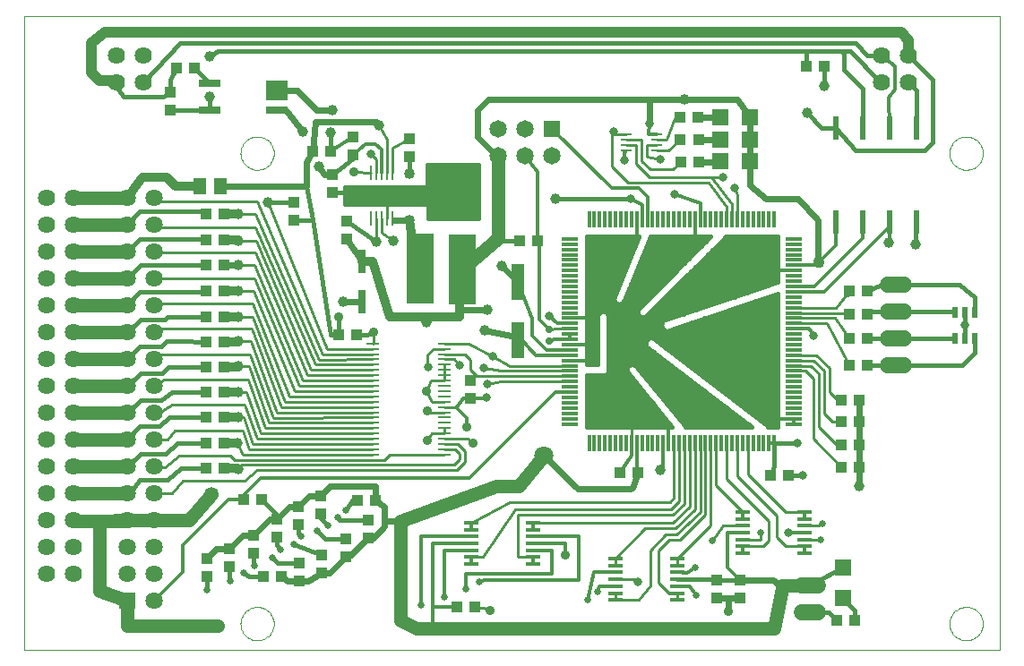
<source format=gtl>
G75*
G70*
%OFA0B0*%
%FSLAX24Y24*%
%IPPOS*%
%LPD*%
%AMOC8*
5,1,8,0,0,1.08239X$1,22.5*
%
%ADD10C,0.0000*%
%ADD11R,0.0433X0.0394*%
%ADD12R,0.0394X0.0433*%
%ADD13R,0.0118X0.0630*%
%ADD14R,0.0630X0.0118*%
%ADD15C,0.0640*%
%ADD16R,0.0591X0.0591*%
%ADD17R,0.0512X0.0591*%
%ADD18R,0.0110X0.0560*%
%ADD19R,0.0740X0.0620*%
%ADD20C,0.0600*%
%ADD21R,0.0315X0.0894*%
%ADD22R,0.0787X0.0252*%
%ADD23R,0.0787X0.0756*%
%ADD24R,0.0420X0.0100*%
%ADD25R,0.0580X0.0140*%
%ADD26R,0.1004X0.2598*%
%ADD27R,0.0236X0.0866*%
%ADD28R,0.0646X0.0646*%
%ADD29C,0.0646*%
%ADD30R,0.0472X0.1378*%
%ADD31R,0.0642X0.0642*%
%ADD32C,0.0642*%
%ADD33R,0.0236X0.0433*%
%ADD34R,0.0492X0.0098*%
%ADD35C,0.0120*%
%ADD36C,0.0396*%
%ADD37C,0.0240*%
%ADD38C,0.0100*%
%ADD39C,0.0317*%
%ADD40C,0.0394*%
%ADD41C,0.0160*%
%ADD42C,0.0278*%
%ADD43C,0.0400*%
%ADD44C,0.0357*%
%ADD45C,0.0531*%
%ADD46C,0.0500*%
%ADD47C,0.0475*%
%ADD48C,0.0709*%
%ADD49C,0.0436*%
%ADD50C,0.0320*%
%ADD51C,0.0260*%
%ADD52C,0.0260*%
D10*
X019175Y009887D02*
X019175Y033509D01*
X055474Y033509D01*
X055474Y009887D01*
X019175Y009887D01*
X027216Y010871D02*
X027218Y010920D01*
X027224Y010969D01*
X027234Y011018D01*
X027247Y011065D01*
X027264Y011111D01*
X027285Y011156D01*
X027310Y011199D01*
X027337Y011239D01*
X027368Y011278D01*
X027402Y011314D01*
X027439Y011347D01*
X027478Y011377D01*
X027519Y011404D01*
X027562Y011427D01*
X027607Y011447D01*
X027654Y011464D01*
X027701Y011476D01*
X027750Y011485D01*
X027799Y011490D01*
X027848Y011491D01*
X027898Y011488D01*
X027946Y011481D01*
X027994Y011470D01*
X028042Y011456D01*
X028087Y011438D01*
X028132Y011416D01*
X028174Y011391D01*
X028214Y011362D01*
X028252Y011331D01*
X028287Y011296D01*
X028320Y011259D01*
X028349Y011219D01*
X028375Y011177D01*
X028398Y011134D01*
X028417Y011088D01*
X028432Y011041D01*
X028444Y010993D01*
X028452Y010945D01*
X028456Y010896D01*
X028456Y010846D01*
X028452Y010797D01*
X028444Y010749D01*
X028432Y010701D01*
X028417Y010654D01*
X028398Y010608D01*
X028375Y010565D01*
X028349Y010523D01*
X028320Y010483D01*
X028287Y010446D01*
X028252Y010411D01*
X028214Y010380D01*
X028174Y010351D01*
X028132Y010326D01*
X028087Y010304D01*
X028042Y010286D01*
X027994Y010272D01*
X027946Y010261D01*
X027898Y010254D01*
X027848Y010251D01*
X027799Y010252D01*
X027750Y010257D01*
X027701Y010266D01*
X027654Y010278D01*
X027607Y010295D01*
X027562Y010315D01*
X027519Y010338D01*
X027478Y010365D01*
X027439Y010395D01*
X027402Y010428D01*
X027368Y010464D01*
X027337Y010503D01*
X027310Y010543D01*
X027285Y010586D01*
X027264Y010631D01*
X027247Y010677D01*
X027234Y010724D01*
X027224Y010773D01*
X027218Y010822D01*
X027216Y010871D01*
X027216Y028391D02*
X027218Y028440D01*
X027224Y028489D01*
X027234Y028538D01*
X027247Y028585D01*
X027264Y028631D01*
X027285Y028676D01*
X027310Y028719D01*
X027337Y028759D01*
X027368Y028798D01*
X027402Y028834D01*
X027439Y028867D01*
X027478Y028897D01*
X027519Y028924D01*
X027562Y028947D01*
X027607Y028967D01*
X027654Y028984D01*
X027701Y028996D01*
X027750Y029005D01*
X027799Y029010D01*
X027848Y029011D01*
X027898Y029008D01*
X027946Y029001D01*
X027994Y028990D01*
X028042Y028976D01*
X028087Y028958D01*
X028132Y028936D01*
X028174Y028911D01*
X028214Y028882D01*
X028252Y028851D01*
X028287Y028816D01*
X028320Y028779D01*
X028349Y028739D01*
X028375Y028697D01*
X028398Y028654D01*
X028417Y028608D01*
X028432Y028561D01*
X028444Y028513D01*
X028452Y028465D01*
X028456Y028416D01*
X028456Y028366D01*
X028452Y028317D01*
X028444Y028269D01*
X028432Y028221D01*
X028417Y028174D01*
X028398Y028128D01*
X028375Y028085D01*
X028349Y028043D01*
X028320Y028003D01*
X028287Y027966D01*
X028252Y027931D01*
X028214Y027900D01*
X028174Y027871D01*
X028132Y027846D01*
X028087Y027824D01*
X028042Y027806D01*
X027994Y027792D01*
X027946Y027781D01*
X027898Y027774D01*
X027848Y027771D01*
X027799Y027772D01*
X027750Y027777D01*
X027701Y027786D01*
X027654Y027798D01*
X027607Y027815D01*
X027562Y027835D01*
X027519Y027858D01*
X027478Y027885D01*
X027439Y027915D01*
X027402Y027948D01*
X027368Y027984D01*
X027337Y028023D01*
X027310Y028063D01*
X027285Y028106D01*
X027264Y028151D01*
X027247Y028197D01*
X027234Y028244D01*
X027224Y028293D01*
X027218Y028342D01*
X027216Y028391D01*
X053594Y028391D02*
X053596Y028440D01*
X053602Y028489D01*
X053612Y028538D01*
X053625Y028585D01*
X053642Y028631D01*
X053663Y028676D01*
X053688Y028719D01*
X053715Y028759D01*
X053746Y028798D01*
X053780Y028834D01*
X053817Y028867D01*
X053856Y028897D01*
X053897Y028924D01*
X053940Y028947D01*
X053985Y028967D01*
X054032Y028984D01*
X054079Y028996D01*
X054128Y029005D01*
X054177Y029010D01*
X054226Y029011D01*
X054276Y029008D01*
X054324Y029001D01*
X054372Y028990D01*
X054420Y028976D01*
X054465Y028958D01*
X054510Y028936D01*
X054552Y028911D01*
X054592Y028882D01*
X054630Y028851D01*
X054665Y028816D01*
X054698Y028779D01*
X054727Y028739D01*
X054753Y028697D01*
X054776Y028654D01*
X054795Y028608D01*
X054810Y028561D01*
X054822Y028513D01*
X054830Y028465D01*
X054834Y028416D01*
X054834Y028366D01*
X054830Y028317D01*
X054822Y028269D01*
X054810Y028221D01*
X054795Y028174D01*
X054776Y028128D01*
X054753Y028085D01*
X054727Y028043D01*
X054698Y028003D01*
X054665Y027966D01*
X054630Y027931D01*
X054592Y027900D01*
X054552Y027871D01*
X054510Y027846D01*
X054465Y027824D01*
X054420Y027806D01*
X054372Y027792D01*
X054324Y027781D01*
X054276Y027774D01*
X054226Y027771D01*
X054177Y027772D01*
X054128Y027777D01*
X054079Y027786D01*
X054032Y027798D01*
X053985Y027815D01*
X053940Y027835D01*
X053897Y027858D01*
X053856Y027885D01*
X053817Y027915D01*
X053780Y027948D01*
X053746Y027984D01*
X053715Y028023D01*
X053688Y028063D01*
X053663Y028106D01*
X053642Y028151D01*
X053625Y028197D01*
X053612Y028244D01*
X053602Y028293D01*
X053596Y028342D01*
X053594Y028391D01*
X053594Y010871D02*
X053596Y010920D01*
X053602Y010969D01*
X053612Y011018D01*
X053625Y011065D01*
X053642Y011111D01*
X053663Y011156D01*
X053688Y011199D01*
X053715Y011239D01*
X053746Y011278D01*
X053780Y011314D01*
X053817Y011347D01*
X053856Y011377D01*
X053897Y011404D01*
X053940Y011427D01*
X053985Y011447D01*
X054032Y011464D01*
X054079Y011476D01*
X054128Y011485D01*
X054177Y011490D01*
X054226Y011491D01*
X054276Y011488D01*
X054324Y011481D01*
X054372Y011470D01*
X054420Y011456D01*
X054465Y011438D01*
X054510Y011416D01*
X054552Y011391D01*
X054592Y011362D01*
X054630Y011331D01*
X054665Y011296D01*
X054698Y011259D01*
X054727Y011219D01*
X054753Y011177D01*
X054776Y011134D01*
X054795Y011088D01*
X054810Y011041D01*
X054822Y010993D01*
X054830Y010945D01*
X054834Y010896D01*
X054834Y010846D01*
X054830Y010797D01*
X054822Y010749D01*
X054810Y010701D01*
X054795Y010654D01*
X054776Y010608D01*
X054753Y010565D01*
X054727Y010523D01*
X054698Y010483D01*
X054665Y010446D01*
X054630Y010411D01*
X054592Y010380D01*
X054552Y010351D01*
X054510Y010326D01*
X054465Y010304D01*
X054420Y010286D01*
X054372Y010272D01*
X054324Y010261D01*
X054276Y010254D01*
X054226Y010251D01*
X054177Y010252D01*
X054128Y010257D01*
X054079Y010266D01*
X054032Y010278D01*
X053985Y010295D01*
X053940Y010315D01*
X053897Y010338D01*
X053856Y010365D01*
X053817Y010395D01*
X053780Y010428D01*
X053746Y010464D01*
X053715Y010503D01*
X053688Y010543D01*
X053663Y010586D01*
X053642Y010631D01*
X053625Y010677D01*
X053612Y010724D01*
X053602Y010773D01*
X053596Y010822D01*
X053594Y010871D01*
D11*
X047594Y016390D03*
X046924Y016390D03*
X042001Y016493D03*
X041331Y016493D03*
X035775Y019252D03*
X035775Y019921D03*
X030193Y015643D03*
X030193Y014973D03*
X029380Y015243D03*
X029380Y014573D03*
X028555Y014764D03*
X028555Y014094D03*
X027710Y014163D03*
X027710Y013494D03*
X026810Y013658D03*
X026810Y012989D03*
X025955Y013299D03*
X025955Y012630D03*
X029403Y012469D03*
X030233Y012764D03*
X030233Y013433D03*
X029403Y013138D03*
X031133Y013348D03*
X031133Y014017D03*
X031952Y014073D03*
X031952Y014742D03*
X035276Y011487D03*
X035945Y011487D03*
X031183Y025194D03*
X031183Y025864D03*
X030649Y026934D03*
X030649Y027603D03*
X031400Y028316D03*
X031400Y028985D03*
X029214Y026552D03*
X029214Y025883D03*
D12*
X026596Y026115D03*
X025927Y026115D03*
X025927Y025154D03*
X026596Y025154D03*
X026596Y024229D03*
X025927Y024229D03*
X025927Y023269D03*
X026596Y023269D03*
X026596Y022308D03*
X025927Y022308D03*
X025927Y021379D03*
X026596Y021379D03*
X026596Y020444D03*
X025927Y020444D03*
X025927Y019493D03*
X026596Y019493D03*
X026596Y018556D03*
X025927Y018556D03*
X025927Y017595D03*
X026596Y017595D03*
X026596Y016650D03*
X025927Y016650D03*
X027340Y015487D03*
X028010Y015487D03*
X031568Y015463D03*
X032238Y015463D03*
X028737Y012645D03*
X028068Y012645D03*
X030869Y021614D03*
X031538Y021614D03*
X037587Y025144D03*
X038256Y025144D03*
X033498Y028264D03*
X033498Y028933D03*
X030573Y028475D03*
X029904Y028475D03*
X025488Y031547D03*
X024819Y031547D03*
X024610Y030667D03*
X024610Y029997D03*
X043572Y029721D03*
X044242Y029721D03*
X044252Y028890D03*
X043583Y028890D03*
X043600Y028063D03*
X044270Y028063D03*
X048277Y031624D03*
X048947Y031624D03*
X049880Y023268D03*
X050549Y023268D03*
X050549Y022382D03*
X049880Y022382D03*
X049880Y021496D03*
X050549Y021496D03*
X050549Y020510D03*
X049880Y020510D03*
X049578Y019194D03*
X050247Y019194D03*
X050245Y018388D03*
X049575Y018388D03*
X049569Y017525D03*
X050238Y017525D03*
X050236Y016705D03*
X049567Y016705D03*
X045786Y012509D03*
X045786Y011839D03*
X044924Y011825D03*
X044924Y012494D03*
X049396Y010994D03*
X050065Y010994D03*
D13*
X047075Y017583D03*
X046879Y017583D03*
X046682Y017583D03*
X046485Y017583D03*
X046288Y017583D03*
X046091Y017583D03*
X045894Y017583D03*
X045697Y017583D03*
X045501Y017583D03*
X045304Y017583D03*
X045107Y017583D03*
X044910Y017583D03*
X044713Y017583D03*
X044516Y017583D03*
X044319Y017583D03*
X044123Y017583D03*
X043926Y017583D03*
X043729Y017583D03*
X043532Y017583D03*
X043335Y017583D03*
X043138Y017583D03*
X042942Y017583D03*
X042745Y017583D03*
X042548Y017583D03*
X042351Y017583D03*
X042154Y017583D03*
X041957Y017583D03*
X041760Y017583D03*
X041564Y017583D03*
X041367Y017583D03*
X041170Y017583D03*
X040973Y017583D03*
X040776Y017583D03*
X040579Y017583D03*
X040382Y017583D03*
X040186Y017583D03*
X040186Y025930D03*
X040382Y025930D03*
X040579Y025930D03*
X040776Y025930D03*
X040973Y025930D03*
X041170Y025930D03*
X041367Y025930D03*
X041564Y025930D03*
X041760Y025930D03*
X041957Y025930D03*
X042154Y025930D03*
X042351Y025930D03*
X042548Y025930D03*
X042745Y025930D03*
X042942Y025930D03*
X043138Y025930D03*
X043335Y025930D03*
X043532Y025930D03*
X043729Y025930D03*
X043926Y025930D03*
X044123Y025930D03*
X044319Y025930D03*
X044516Y025930D03*
X044713Y025930D03*
X044910Y025930D03*
X045107Y025930D03*
X045304Y025930D03*
X045501Y025930D03*
X045697Y025930D03*
X045894Y025930D03*
X046091Y025930D03*
X046288Y025930D03*
X046485Y025930D03*
X046682Y025930D03*
X046879Y025930D03*
X047075Y025930D03*
D14*
X047804Y025202D03*
X047804Y025005D03*
X047804Y024808D03*
X047804Y024611D03*
X047804Y024414D03*
X047804Y024217D03*
X047804Y024020D03*
X047804Y023824D03*
X047804Y023627D03*
X047804Y023430D03*
X047804Y023233D03*
X047804Y023036D03*
X047804Y022839D03*
X047804Y022643D03*
X047804Y022446D03*
X047804Y022249D03*
X047804Y022052D03*
X047804Y021855D03*
X047804Y021658D03*
X047804Y021461D03*
X047804Y021265D03*
X047804Y021068D03*
X047804Y020871D03*
X047804Y020674D03*
X047804Y020477D03*
X047804Y020280D03*
X047804Y020083D03*
X047804Y019887D03*
X047804Y019690D03*
X047804Y019493D03*
X047804Y019296D03*
X047804Y019099D03*
X047804Y018902D03*
X047804Y018706D03*
X047804Y018509D03*
X047804Y018312D03*
X039457Y018312D03*
X039457Y018509D03*
X039457Y018706D03*
X039457Y018902D03*
X039457Y019099D03*
X039457Y019296D03*
X039457Y019493D03*
X039457Y019690D03*
X039457Y019887D03*
X039457Y020083D03*
X039457Y020280D03*
X039457Y020477D03*
X039457Y020674D03*
X039457Y020871D03*
X039457Y021068D03*
X039457Y021265D03*
X039457Y021461D03*
X039457Y021658D03*
X039457Y021855D03*
X039457Y022052D03*
X039457Y022249D03*
X039457Y022446D03*
X039457Y022643D03*
X039457Y022839D03*
X039457Y023036D03*
X039457Y023233D03*
X039457Y023430D03*
X039457Y023627D03*
X039457Y023824D03*
X039457Y024020D03*
X039457Y024217D03*
X039457Y024414D03*
X039457Y024611D03*
X039457Y024808D03*
X039457Y025005D03*
X039457Y025202D03*
D15*
X051067Y031040D03*
X052067Y031040D03*
X052067Y032040D03*
X051067Y032040D03*
X023607Y032040D03*
X022607Y032040D03*
X022607Y031040D03*
X023607Y031040D03*
X020990Y026713D03*
X020990Y025713D03*
X020990Y024713D03*
X020990Y023713D03*
X019990Y023713D03*
X019990Y024713D03*
X019990Y025713D03*
X019990Y026713D03*
X019990Y022713D03*
X019990Y021713D03*
X019990Y020713D03*
X019990Y019713D03*
X019990Y018713D03*
X019990Y017713D03*
X019990Y016713D03*
X020990Y016713D03*
X020990Y017713D03*
X020990Y018713D03*
X020990Y019713D03*
X020990Y020713D03*
X020990Y021713D03*
X020990Y022713D03*
X020990Y015713D03*
X020990Y014713D03*
X020990Y013713D03*
X020990Y012713D03*
X019990Y012713D03*
X019990Y013713D03*
X019990Y014713D03*
X019990Y015713D03*
D16*
X045054Y028109D03*
X045054Y028890D03*
X045054Y029721D03*
X046174Y029721D03*
X046174Y028890D03*
X046174Y028109D03*
X049623Y012962D03*
X049623Y011842D03*
D17*
X026454Y027147D03*
X025706Y027147D03*
D18*
X032078Y027678D03*
X032268Y027678D03*
X032468Y027678D03*
X032668Y027678D03*
X032858Y027678D03*
X032858Y025958D03*
X032668Y025958D03*
X032468Y025958D03*
X032268Y025958D03*
X032078Y025958D03*
D19*
X032468Y026818D03*
D20*
X051293Y023488D02*
X051893Y023488D01*
X051893Y022488D02*
X051293Y022488D01*
X051293Y021488D02*
X051893Y021488D01*
X051893Y020488D02*
X051293Y020488D01*
X048715Y012287D02*
X048115Y012287D01*
X048115Y011287D02*
X048715Y011287D01*
D21*
X031718Y022868D03*
X031718Y024364D03*
D22*
X028554Y030002D03*
X026068Y030002D03*
X026068Y030986D03*
D23*
X028556Y030734D03*
D24*
X041567Y029094D03*
X041567Y028894D03*
X041567Y028694D03*
X041567Y028494D03*
X042687Y028494D03*
X042687Y028694D03*
X042687Y028894D03*
X042687Y029094D03*
D25*
X045916Y015028D03*
X045916Y014768D03*
X045916Y014518D03*
X045916Y014258D03*
X045916Y013998D03*
X045916Y013748D03*
X045916Y013488D03*
X048216Y013488D03*
X048216Y013748D03*
X048216Y013998D03*
X048216Y014258D03*
X048216Y014518D03*
X048216Y014768D03*
X048216Y015028D03*
X043460Y013290D03*
X043460Y013030D03*
X043460Y012780D03*
X043460Y012520D03*
X043460Y012260D03*
X043460Y012010D03*
X043460Y011750D03*
X041160Y011750D03*
X041160Y012010D03*
X041160Y012260D03*
X041160Y012520D03*
X041160Y012780D03*
X041160Y013030D03*
X041160Y013290D03*
X038089Y013349D03*
X038089Y013599D03*
X038089Y013859D03*
X038089Y014119D03*
X038089Y014369D03*
X038089Y014629D03*
X038089Y013089D03*
X035789Y013089D03*
X035789Y013349D03*
X035789Y013599D03*
X035789Y013859D03*
X035789Y014119D03*
X035789Y014369D03*
X035789Y014629D03*
D26*
X035464Y024079D03*
X033909Y024083D03*
D27*
X049354Y025829D03*
X050354Y025829D03*
X051354Y025829D03*
X052354Y025829D03*
X052354Y029329D03*
X051354Y029329D03*
X050354Y029329D03*
X049354Y029329D03*
D28*
X038817Y029292D03*
D29*
X037817Y029292D03*
X037817Y028292D03*
X038817Y028292D03*
X036817Y028292D03*
X036817Y029292D03*
D30*
X037518Y023605D03*
X037518Y021440D03*
D31*
X023006Y011717D03*
D32*
X024006Y011717D03*
X024006Y012717D03*
X023006Y012717D03*
X023006Y013717D03*
X024006Y013717D03*
X024006Y014717D03*
X023006Y014717D03*
X023006Y015717D03*
X024006Y015717D03*
X024006Y016717D03*
X023006Y016717D03*
X023006Y017717D03*
X024006Y017717D03*
X024006Y018717D03*
X023006Y018717D03*
X023006Y019717D03*
X024006Y019717D03*
X024006Y020717D03*
X023006Y020717D03*
X023006Y021717D03*
X024006Y021717D03*
X024006Y022717D03*
X023006Y022717D03*
X023006Y023717D03*
X024006Y023717D03*
X024006Y024717D03*
X023006Y024717D03*
X023006Y025717D03*
X024006Y025717D03*
X024006Y026717D03*
X023006Y026717D03*
D33*
X053801Y022479D03*
X054175Y022479D03*
X054549Y022479D03*
X054549Y021494D03*
X054175Y021494D03*
X053801Y021494D03*
D34*
X034804Y021304D03*
X034804Y021107D03*
X034804Y020910D03*
X034804Y020713D03*
X034804Y020516D03*
X034804Y020319D03*
X034804Y020122D03*
X034804Y019926D03*
X034804Y019729D03*
X034804Y019532D03*
X034804Y019335D03*
X034804Y019138D03*
X034804Y018941D03*
X034804Y018744D03*
X034804Y018548D03*
X034804Y018351D03*
X034804Y018154D03*
X034804Y017957D03*
X034804Y017760D03*
X034804Y017563D03*
X034804Y017367D03*
X034804Y017170D03*
X032146Y017170D03*
X032146Y017367D03*
X032146Y017563D03*
X032146Y017760D03*
X032146Y017957D03*
X032146Y018154D03*
X032146Y018351D03*
X032146Y018548D03*
X032146Y018744D03*
X032146Y018941D03*
X032146Y019138D03*
X032146Y019335D03*
X032146Y019532D03*
X032146Y019729D03*
X032146Y019926D03*
X032146Y020122D03*
X032146Y020319D03*
X032146Y020516D03*
X032146Y020713D03*
X032146Y020910D03*
X032146Y021107D03*
X032146Y021304D03*
D35*
X035245Y018941D02*
X035625Y018537D01*
X035625Y018187D01*
X035275Y018941D02*
X035486Y019252D01*
X035775Y019252D01*
X036340Y019252D01*
X036375Y019287D01*
X038931Y019493D02*
X039457Y019493D01*
X038931Y019493D02*
X035725Y016287D01*
X027975Y016287D01*
X027340Y015652D01*
X027340Y015487D01*
X026775Y015487D01*
X025075Y013787D01*
X025075Y012787D01*
X024006Y011717D01*
X033923Y011558D02*
X033923Y014119D01*
X035789Y014119D01*
X035789Y014369D02*
X035789Y014629D01*
X035789Y013859D02*
X034376Y013859D01*
X034375Y011487D01*
X034375Y010687D01*
X034375Y011487D02*
X035276Y011487D01*
X034809Y011852D02*
X034809Y013599D01*
X035789Y013599D01*
X035789Y013349D02*
X035789Y013089D01*
X035596Y012721D02*
X035596Y012150D01*
X035596Y012721D02*
X038805Y012721D01*
X038805Y013599D01*
X038089Y013599D01*
X038089Y013349D02*
X038089Y013089D01*
X038089Y013859D02*
X039317Y013859D01*
X039317Y013430D01*
X039789Y014119D02*
X038089Y014119D01*
X038089Y014369D02*
X038089Y014629D01*
X039789Y014119D02*
X039789Y012485D01*
X036285Y012485D01*
X036088Y012446D01*
X040122Y011761D02*
X040372Y012780D01*
X041160Y012780D01*
X041160Y012260D02*
X040566Y012260D01*
X040516Y012057D01*
X043460Y012260D02*
X043927Y012260D01*
X044174Y011914D01*
X043840Y012773D02*
X043460Y012780D01*
X043460Y012520D02*
X043471Y012520D01*
X043840Y012773D02*
X044144Y012957D01*
X045325Y012970D02*
X045786Y012509D01*
X045688Y012459D01*
X045325Y012970D02*
X045325Y014258D01*
X045916Y014258D01*
X045916Y013748D02*
X045916Y013488D01*
X045916Y014768D02*
X045916Y015028D01*
X047596Y014258D02*
X048216Y014258D01*
X048216Y013748D02*
X048216Y013488D01*
X048216Y014768D02*
X048216Y015028D01*
X047075Y017583D02*
X046879Y017583D01*
X047083Y018509D02*
X047005Y018587D01*
X047083Y018509D02*
X047804Y018509D01*
X047804Y018312D01*
X048525Y021613D02*
X048382Y021855D01*
X047804Y021855D01*
X047804Y023233D02*
X048921Y023233D01*
X051354Y025665D01*
X051354Y025829D01*
X051354Y025665D02*
X051354Y025065D01*
X051350Y025062D01*
X050354Y025215D02*
X048568Y023430D01*
X047804Y023430D01*
X047804Y024020D02*
X046768Y024020D01*
X046768Y024060D01*
X047804Y024217D02*
X048504Y024217D01*
X048734Y024344D01*
X049354Y024964D01*
X049354Y025829D01*
X050354Y025829D02*
X050354Y025215D01*
X049919Y023268D02*
X049821Y023110D01*
X049880Y023268D01*
X049825Y022487D02*
X049880Y022382D01*
X049825Y022487D02*
X049725Y022487D01*
X044319Y025930D02*
X044319Y026520D01*
X043352Y026865D01*
X042351Y026761D02*
X042351Y025930D01*
X042154Y025930D02*
X042154Y026457D01*
X041725Y026687D01*
X042025Y027087D02*
X041023Y027087D01*
X038817Y029292D01*
X037817Y028292D02*
X038256Y027703D01*
X038256Y025144D01*
X038325Y025044D01*
X038325Y022187D01*
X038702Y021843D01*
X038993Y022052D02*
X038696Y022340D01*
X038993Y022052D02*
X039457Y022052D01*
X039457Y022249D02*
X040312Y022249D01*
X040312Y022328D01*
X040312Y021343D02*
X040233Y021265D01*
X039457Y021265D01*
X039457Y021461D02*
X038883Y021457D01*
X038793Y021411D01*
X038706Y021411D01*
X038594Y021068D02*
X039457Y021068D01*
X039457Y020871D02*
X038198Y020871D01*
X037596Y021536D01*
X037518Y021440D01*
X038055Y021607D02*
X038055Y022218D01*
X037518Y023605D01*
X038055Y021607D02*
X038594Y021068D01*
X039457Y021461D02*
X039457Y021658D01*
X039457Y020674D02*
X040408Y020674D01*
X043068Y018391D02*
X043138Y018320D01*
X043138Y017583D01*
X042942Y017583D02*
X042942Y016690D01*
X042831Y016580D01*
X042001Y016493D02*
X041957Y016493D01*
X041957Y017583D01*
X041760Y017583D02*
X041760Y017119D01*
X041331Y016493D01*
X041886Y025083D02*
X041957Y025154D01*
X041957Y025930D01*
X042351Y026761D02*
X042025Y027087D01*
X041494Y028127D02*
X041494Y028421D01*
X042417Y029094D02*
X042419Y029488D01*
X042420Y029587D01*
X042417Y029094D02*
X042687Y029094D01*
X044123Y025930D02*
X044123Y025154D01*
X044052Y025083D01*
X051354Y029329D02*
X051350Y030450D01*
X051565Y030762D01*
X051565Y031640D01*
X051067Y032040D01*
X032468Y028543D02*
X032468Y027678D01*
X032468Y028543D02*
X032225Y028737D01*
X031870Y028737D01*
X031400Y028316D01*
X031400Y028985D02*
X030573Y028475D01*
D36*
X030575Y029162D03*
X030625Y029987D03*
X029525Y029187D03*
X030150Y027912D03*
X028230Y026548D03*
X027146Y026115D03*
X027146Y025127D03*
X027146Y024230D03*
X027146Y023264D03*
X027146Y022308D03*
X027146Y021387D03*
X027146Y020452D03*
X027146Y019498D03*
X027146Y018553D03*
X027088Y017580D03*
X027146Y016639D03*
X034125Y022087D03*
X036297Y021787D03*
X036416Y022562D03*
X036947Y024187D03*
X038925Y026687D03*
X042887Y024550D03*
X045387Y023850D03*
X045981Y020517D03*
X041650Y018942D03*
X042831Y016580D03*
X050225Y015987D03*
X052350Y024987D03*
X051350Y025062D03*
X048291Y029887D03*
X048941Y030887D03*
X043725Y030387D03*
X032901Y025131D03*
X032268Y025106D03*
X031025Y022862D03*
X032371Y029433D03*
X026075Y030487D03*
X026075Y031987D03*
D37*
X028556Y030734D02*
X029350Y030737D01*
X030028Y029984D01*
X030625Y029987D01*
X030004Y029562D02*
X032275Y029562D01*
X032371Y029433D01*
X030004Y029562D02*
X029904Y028475D01*
X029675Y028075D01*
X029675Y027147D01*
X026454Y027147D01*
X029525Y029187D02*
X028904Y030007D01*
X028554Y030002D01*
X030150Y027912D02*
X030342Y027603D01*
X030649Y027603D01*
X032925Y025905D02*
X033496Y025905D01*
X031718Y024364D02*
X031183Y025194D01*
X031025Y022862D02*
X031718Y022868D01*
X034125Y022287D02*
X034125Y022087D01*
X035364Y022287D02*
X035389Y022562D01*
X036416Y022562D01*
X036297Y021787D02*
X037596Y021536D01*
X037518Y023605D02*
X036947Y024187D01*
X036817Y028292D02*
X036719Y028292D01*
X036025Y028987D01*
X036025Y029987D01*
X036425Y030387D01*
X042425Y030387D01*
X043725Y030387D01*
X045708Y030387D01*
X046174Y029721D01*
X046174Y028890D01*
X046174Y028109D01*
X046175Y028087D02*
X046175Y027187D01*
X046775Y026687D01*
X047975Y026687D01*
X048700Y025887D01*
X048700Y024512D01*
X048734Y024344D01*
X045054Y028063D02*
X044270Y028063D01*
X045054Y028063D02*
X045054Y028109D01*
X045054Y028890D02*
X044252Y028890D01*
X044242Y029721D02*
X045054Y029721D01*
X042420Y029587D02*
X042425Y030387D01*
X050245Y019097D02*
X050245Y018388D01*
X050238Y018431D02*
X050238Y017525D01*
X050236Y017574D02*
X050236Y016705D01*
X050225Y016694D01*
X050225Y015987D01*
X047038Y012509D02*
X045786Y012509D01*
X045786Y011839D02*
X045772Y011825D01*
X045375Y011825D01*
X045356Y011806D01*
X045356Y011313D01*
X045375Y011825D02*
X044924Y011825D01*
X044938Y011839D01*
X047038Y012509D02*
X047356Y012190D01*
X041804Y015946D02*
X042001Y016493D01*
X041804Y015946D02*
X041749Y015891D01*
X039780Y015891D01*
X038497Y017120D01*
X033175Y014687D02*
X032575Y014687D01*
X032575Y015226D01*
X032238Y015463D01*
X032238Y015987D01*
X030537Y015987D01*
X030193Y015643D01*
X029780Y015643D01*
X029380Y015243D01*
X029033Y015243D01*
X028555Y014764D01*
X028310Y014764D01*
X027710Y014163D01*
X027315Y014163D01*
X026810Y013658D01*
X026314Y013658D01*
X025955Y013299D01*
X023041Y014682D02*
X023041Y014713D01*
X023041Y014737D01*
X028737Y012645D02*
X028979Y012470D01*
X029403Y012469D01*
X029738Y012469D01*
X030233Y012764D01*
X030548Y012764D01*
X031133Y013348D01*
X031227Y013348D01*
X031952Y014073D01*
X032161Y014073D01*
X032575Y014487D01*
X032575Y014687D01*
X027146Y024230D02*
X026596Y024229D01*
D38*
X027146Y024230D02*
X027732Y024230D01*
X029540Y019922D01*
X032146Y019926D01*
X032146Y020122D02*
X029692Y020119D01*
X027771Y024690D01*
X024033Y024690D01*
X024006Y024717D01*
X024088Y025635D02*
X024006Y025717D01*
X024088Y025635D02*
X027769Y025635D01*
X029991Y020513D01*
X032146Y020516D01*
X032146Y020319D02*
X029846Y020316D01*
X027785Y025127D01*
X027146Y025127D01*
X027146Y026115D02*
X027775Y026115D01*
X030125Y020709D01*
X032146Y020713D01*
X032146Y020910D02*
X030275Y020906D01*
X027825Y026580D01*
X024144Y026580D01*
X024006Y026717D01*
X024033Y023745D02*
X024006Y023717D01*
X024033Y023745D02*
X027722Y023745D01*
X029392Y019725D01*
X032146Y019729D01*
X032146Y019532D02*
X029233Y019528D01*
X027697Y023264D01*
X027146Y023264D01*
X027674Y022800D02*
X029042Y019331D01*
X032146Y019335D01*
X032146Y019138D02*
X028877Y019135D01*
X027659Y022303D01*
X027146Y022308D01*
X027630Y021855D02*
X028722Y018938D01*
X032146Y018941D01*
X032146Y018744D02*
X028571Y018741D01*
X027599Y021388D01*
X027146Y021387D01*
X027576Y020910D02*
X028418Y018544D01*
X032146Y018548D01*
X032146Y018351D02*
X028268Y018347D01*
X027539Y020452D01*
X027146Y020452D01*
X027493Y019965D02*
X028132Y018150D01*
X032146Y018154D01*
X032146Y017957D02*
X027975Y017954D01*
X027430Y019498D01*
X027146Y019498D01*
X027374Y019020D02*
X027838Y017757D01*
X032146Y017760D01*
X032146Y017563D02*
X027683Y017560D01*
X027325Y018568D01*
X027160Y018568D01*
X027160Y018567D02*
X027155Y018566D01*
X027150Y018563D01*
X027147Y018558D01*
X027146Y018553D01*
X027374Y019020D02*
X024677Y019020D01*
X024147Y018706D01*
X024018Y018706D01*
X024006Y018717D01*
X024010Y017721D02*
X024006Y017717D01*
X024010Y017721D02*
X024487Y017721D01*
X024774Y018076D01*
X027286Y018076D01*
X027549Y017363D01*
X032146Y017367D01*
X032146Y017170D02*
X027309Y017166D01*
X027088Y017580D01*
X026846Y017131D02*
X027007Y016969D01*
X032558Y016969D01*
X032758Y017170D01*
X034804Y017170D01*
X034804Y017367D02*
X035195Y017367D01*
X035375Y017187D01*
X035375Y016987D01*
X035175Y016787D01*
X027275Y016787D01*
X027146Y016657D01*
X027146Y016639D01*
X027377Y016186D02*
X027827Y016580D01*
X035268Y016580D01*
X035575Y016887D01*
X035575Y017287D01*
X035298Y017563D01*
X034804Y017563D01*
X034804Y017760D02*
X035676Y017760D01*
X035875Y017587D01*
X034804Y017957D02*
X034804Y018154D01*
X034804Y017957D02*
X034320Y017957D01*
X034175Y017687D01*
X034342Y018744D02*
X034804Y018744D01*
X034804Y018941D02*
X035245Y018941D01*
X035275Y018941D01*
X034804Y019138D02*
X034348Y019138D01*
X034150Y019537D01*
X034286Y019926D01*
X034804Y019926D01*
X034804Y020122D01*
X034804Y020319D01*
X034804Y020516D01*
X034804Y020713D02*
X035174Y020713D01*
X035375Y020487D01*
X035775Y020326D02*
X035775Y020687D01*
X035552Y020910D01*
X034804Y020910D01*
X034804Y021107D02*
X034395Y021107D01*
X034175Y020887D01*
X034175Y020462D01*
X034186Y020423D01*
X034804Y021304D02*
X035711Y021304D01*
X036591Y020816D01*
X036590Y020817D01*
X037242Y020477D01*
X039457Y020477D01*
X039457Y020280D02*
X036910Y020280D01*
X036304Y020387D01*
X036275Y020387D01*
X035995Y020106D02*
X035960Y020106D01*
X035775Y019921D01*
X035995Y020106D02*
X035775Y020326D01*
X035995Y020106D02*
X036018Y020083D01*
X039457Y020083D01*
X039457Y019887D02*
X036896Y019887D01*
X036389Y019788D01*
X034342Y018744D02*
X034175Y018787D01*
X032146Y021107D02*
X030425Y021103D01*
X028230Y026548D01*
X031073Y026533D02*
X036113Y026533D01*
X036113Y026435D02*
X034175Y026435D01*
X034175Y026462D02*
X034175Y025935D01*
X036113Y025935D01*
X036113Y028009D01*
X034126Y028009D01*
X034126Y027165D01*
X031073Y027165D01*
X031073Y026460D01*
X034175Y026462D01*
X034175Y026336D02*
X036113Y026336D01*
X036113Y026238D02*
X034175Y026238D01*
X034175Y026139D02*
X036113Y026139D01*
X036113Y026041D02*
X034175Y026041D01*
X034175Y025942D02*
X036113Y025942D01*
X036113Y026632D02*
X031073Y026632D01*
X031073Y026730D02*
X036113Y026730D01*
X036113Y026829D02*
X031073Y026829D01*
X031073Y026927D02*
X036113Y026927D01*
X036113Y027026D02*
X031073Y027026D01*
X031073Y027124D02*
X036113Y027124D01*
X036113Y027223D02*
X034126Y027223D01*
X034126Y027321D02*
X036113Y027321D01*
X036113Y027420D02*
X034126Y027420D01*
X034126Y027518D02*
X036113Y027518D01*
X036113Y027617D02*
X034126Y027617D01*
X034126Y027715D02*
X036113Y027715D01*
X036113Y027814D02*
X034126Y027814D01*
X034126Y027912D02*
X036113Y027912D01*
X033498Y027637D02*
X033496Y027637D01*
X032858Y027678D02*
X032858Y028583D01*
X033498Y028933D01*
X032668Y028911D02*
X032371Y029433D01*
X032668Y028911D02*
X032668Y027678D01*
X032472Y027682D02*
X032468Y027678D01*
X032268Y027678D02*
X032268Y028179D01*
X032071Y028376D01*
X032078Y027678D02*
X031424Y027684D01*
X032468Y026818D02*
X032668Y026818D01*
X032668Y025958D01*
X032858Y025958D02*
X032925Y025958D01*
X032925Y025905D01*
X032866Y025958D02*
X032858Y025958D01*
X032468Y025958D02*
X032472Y025432D01*
X032901Y025131D01*
X032268Y025106D02*
X032268Y025958D01*
X027674Y022800D02*
X024088Y022800D01*
X024006Y022717D01*
X024323Y021855D02*
X027630Y021855D01*
X027576Y020910D02*
X024299Y020910D01*
X024006Y020713D01*
X024010Y020713D01*
X024006Y020717D01*
X024359Y019965D02*
X027493Y019965D01*
X024359Y019965D02*
X024026Y019729D01*
X024018Y019729D01*
X024006Y019717D01*
X024057Y021698D02*
X024108Y021698D01*
X024323Y021855D01*
X024932Y017131D02*
X024402Y016698D01*
X024025Y016698D01*
X024006Y016717D01*
X024932Y017131D02*
X026846Y017131D01*
X027377Y016186D02*
X025071Y016186D01*
X024677Y015713D01*
X024010Y015713D01*
X024006Y015717D01*
X032146Y021304D02*
X032153Y021310D01*
X032153Y021487D01*
X032153Y021746D01*
X032153Y021310D02*
X032153Y021300D01*
X038702Y021843D02*
X039011Y021855D01*
X039457Y021855D01*
X041650Y018942D02*
X041760Y018942D01*
X041760Y017583D01*
X043335Y017583D02*
X043335Y015547D01*
X043185Y015397D01*
X037224Y015397D01*
X035789Y014629D01*
X036246Y013351D02*
X037427Y015141D01*
X043229Y015141D01*
X043532Y015444D01*
X043532Y017583D01*
X043729Y017583D02*
X043729Y015341D01*
X043314Y014926D01*
X037545Y014926D01*
X037545Y013351D01*
X038087Y013351D01*
X038089Y013349D01*
X038089Y014629D02*
X043317Y014629D01*
X043926Y015237D01*
X043926Y017583D01*
X044123Y017583D02*
X044123Y015134D01*
X043403Y014414D01*
X042283Y014414D01*
X041160Y013290D01*
X041160Y013030D01*
X041160Y013290D02*
X041160Y013292D01*
X041160Y012520D02*
X041991Y012520D01*
X041991Y012446D01*
X042475Y012287D02*
X042039Y011750D01*
X041160Y011750D01*
X041160Y012010D01*
X042475Y012287D02*
X042475Y013587D01*
X043048Y014210D01*
X043448Y014210D01*
X044319Y015031D01*
X044319Y017583D01*
X044516Y017583D02*
X044516Y014928D01*
X043575Y013987D01*
X043175Y013987D01*
X042775Y013587D01*
X042775Y012387D01*
X043151Y012010D01*
X043460Y012010D01*
X043460Y011750D01*
X043460Y013030D02*
X043460Y013290D01*
X044713Y014544D01*
X044713Y017583D01*
X044910Y017583D02*
X044910Y016034D01*
X045916Y015028D01*
X045916Y014518D02*
X045165Y014518D01*
X044765Y013975D01*
X045916Y013998D02*
X046573Y013998D01*
X046573Y014247D01*
X046875Y013948D02*
X046675Y013748D01*
X045916Y013748D01*
X046875Y013948D02*
X046875Y014687D01*
X045304Y016258D01*
X045304Y017583D01*
X045697Y017583D02*
X045697Y016364D01*
X047175Y014887D01*
X047175Y014087D01*
X047513Y013748D01*
X048216Y013748D01*
X048216Y013998D02*
X048589Y013998D01*
X048792Y014011D01*
X048721Y014518D02*
X048216Y014518D01*
X048721Y014518D02*
X048871Y014595D01*
X048216Y015028D02*
X047503Y015028D01*
X046091Y016440D01*
X046091Y017583D01*
X048525Y017747D02*
X049567Y016705D01*
X049514Y016705D01*
X049526Y016694D01*
X049515Y017483D02*
X049569Y017525D01*
X049386Y017525D01*
X048725Y018187D01*
X048725Y020187D01*
X048434Y020477D01*
X047804Y020477D01*
X047804Y020280D02*
X048231Y020280D01*
X048525Y019987D01*
X048525Y017747D01*
X049225Y018387D02*
X049574Y018387D01*
X049575Y018388D01*
X049576Y018355D01*
X049225Y018387D02*
X048925Y018687D01*
X048925Y020287D01*
X048538Y020674D01*
X047804Y020674D01*
X047804Y020871D02*
X048641Y020871D01*
X049125Y020387D01*
X049125Y019487D01*
X049425Y019187D01*
X049571Y019187D01*
X049578Y019194D01*
X049562Y019190D01*
X049880Y020510D02*
X049038Y022052D01*
X047804Y022052D01*
X047804Y022249D02*
X049327Y022249D01*
X049880Y021496D01*
X049880Y022382D02*
X049816Y022446D01*
X047804Y022446D01*
X047804Y022643D02*
X049355Y022643D01*
X049880Y023268D01*
X048525Y021613D02*
X048525Y021587D01*
X045697Y025930D02*
X045697Y026814D01*
X045600Y027087D01*
X045175Y027487D02*
X044725Y027487D01*
X045501Y026511D01*
X045501Y025930D01*
X045304Y025930D02*
X045304Y026408D01*
X044625Y027287D01*
X041625Y027287D01*
X041025Y027887D01*
X041025Y029159D01*
X041100Y029184D01*
X041100Y029094D01*
X041567Y029094D01*
X041567Y028894D02*
X042136Y028894D01*
X042136Y028105D01*
X042454Y027788D01*
X043311Y027788D01*
X043600Y028063D01*
X043139Y028494D02*
X042687Y028494D01*
X042687Y028694D02*
X042331Y028694D01*
X042331Y028250D01*
X042828Y028153D01*
X043139Y028494D02*
X043583Y028890D01*
X043059Y028894D02*
X042687Y028894D01*
X043059Y028894D02*
X043356Y029696D01*
X043572Y029721D01*
X042420Y029587D02*
X042420Y029389D01*
X042419Y029488D01*
X041950Y028694D02*
X041950Y027987D01*
X042425Y027487D01*
X044725Y027487D01*
X041950Y028694D02*
X041567Y028694D01*
X041567Y028494D02*
X041494Y028421D01*
X036246Y013351D02*
X035791Y013351D01*
X035789Y013349D01*
X035945Y011487D02*
X036255Y011468D01*
X036495Y011368D01*
D39*
X041991Y012446D03*
X047596Y014258D03*
X048125Y016387D03*
X047925Y017585D03*
X048525Y021587D03*
X054175Y021987D03*
X045600Y027087D03*
X045175Y027487D03*
X043352Y026865D03*
X041725Y026687D03*
X041494Y028127D03*
X041100Y029184D03*
X042419Y029488D03*
X042828Y028153D03*
X038696Y022340D03*
X036590Y020817D03*
X036275Y020387D03*
X036389Y019788D03*
X036375Y019287D03*
X035375Y020487D03*
X034186Y020423D03*
X032071Y028376D03*
D40*
X022607Y031040D02*
X022561Y031087D01*
X021975Y031087D01*
X021675Y031387D01*
X021675Y032487D01*
X022175Y032887D01*
X051791Y032887D01*
X052067Y032610D01*
X052067Y032040D01*
D41*
X052975Y031132D01*
X052975Y028787D01*
X052675Y028487D01*
X050096Y028487D01*
X049354Y029329D01*
X048849Y029329D01*
X048291Y029887D01*
X048941Y030887D02*
X048947Y031624D01*
X048277Y031624D02*
X048277Y032187D01*
X049575Y032187D01*
X049675Y032087D01*
X049675Y031487D01*
X050354Y030808D01*
X050354Y029329D01*
X051037Y031040D02*
X051067Y031040D01*
X051037Y031040D02*
X049891Y032187D01*
X049575Y032187D01*
X050091Y032487D02*
X024954Y032487D01*
X023607Y031040D01*
X024331Y030487D02*
X022875Y030487D01*
X022607Y030854D01*
X022607Y031040D01*
X024331Y030487D02*
X024610Y030667D01*
X024610Y031138D01*
X024819Y031547D01*
X025488Y031547D02*
X025807Y031247D01*
X026068Y030986D01*
X026075Y030487D02*
X026068Y030380D01*
X026068Y030002D01*
X026064Y029997D01*
X024610Y029997D01*
X026075Y031987D02*
X026375Y032187D01*
X048277Y032187D01*
X050091Y032487D02*
X050537Y032040D01*
X051067Y032040D01*
X052067Y031040D02*
X052367Y030715D01*
X052354Y029329D01*
X052354Y025829D02*
X052350Y025825D01*
X052350Y024987D01*
X051593Y023488D02*
X051068Y023488D01*
X050549Y023268D01*
X050459Y022488D02*
X051593Y022488D01*
X053801Y022488D01*
X053801Y022479D01*
X054175Y022479D02*
X054175Y021987D01*
X054175Y021494D01*
X054549Y021494D02*
X054549Y020961D01*
X054075Y020487D01*
X051594Y020487D01*
X051593Y020488D01*
X050475Y020488D01*
X050549Y020510D01*
X050557Y021488D02*
X051593Y021488D01*
X053701Y021488D01*
X053801Y021494D01*
X054549Y022479D02*
X054549Y023013D01*
X053975Y023487D01*
X051375Y023487D01*
X051375Y023488D01*
X051593Y023488D01*
X050459Y022488D02*
X050549Y022382D01*
X050549Y021496D02*
X050557Y021488D01*
X050247Y019194D02*
X050245Y019097D01*
X050238Y018431D02*
X050245Y018388D01*
X050236Y017574D02*
X050238Y017525D01*
X048125Y016387D02*
X047597Y016387D01*
X047594Y016390D01*
X047075Y016741D02*
X047075Y017583D01*
X047077Y017585D01*
X047925Y017585D01*
X047075Y016741D02*
X046924Y016390D01*
X046821Y018194D02*
X046812Y018263D01*
X042546Y021513D01*
X042382Y021491D01*
X042281Y021359D01*
X042304Y021195D01*
X046243Y018194D01*
X043774Y018194D01*
X043776Y018217D01*
X041899Y020510D01*
X041735Y020527D01*
X041606Y020422D01*
X041590Y020257D01*
X043278Y018194D01*
X040115Y018194D01*
X040115Y020120D01*
X040799Y020120D01*
X040916Y020237D01*
X040916Y022374D01*
X040799Y022491D01*
X040633Y022491D01*
X040516Y022374D01*
X040516Y020520D01*
X040115Y020520D01*
X040115Y025280D01*
X042046Y025280D01*
X041087Y022979D01*
X041150Y022826D01*
X041303Y022762D01*
X041456Y022825D01*
X042479Y025280D01*
X044700Y025280D01*
X041988Y022568D01*
X041988Y022402D01*
X042105Y022285D01*
X042270Y022285D01*
X045262Y025276D01*
X045262Y025280D01*
X047201Y025280D01*
X047201Y023580D01*
X042936Y022158D01*
X042862Y022010D01*
X042915Y021853D01*
X043063Y021779D01*
X047201Y023158D01*
X047201Y018194D01*
X046821Y018194D01*
X046780Y018287D02*
X047201Y018287D01*
X047201Y018446D02*
X046572Y018446D01*
X046364Y018604D02*
X047201Y018604D01*
X047201Y018763D02*
X046156Y018763D01*
X045948Y018921D02*
X047201Y018921D01*
X047201Y019080D02*
X045740Y019080D01*
X045532Y019238D02*
X047201Y019238D01*
X047201Y019397D02*
X045324Y019397D01*
X045116Y019555D02*
X047201Y019555D01*
X047201Y019714D02*
X044908Y019714D01*
X044700Y019872D02*
X047201Y019872D01*
X047201Y020031D02*
X044492Y020031D01*
X044284Y020189D02*
X047201Y020189D01*
X047201Y020348D02*
X044076Y020348D01*
X043868Y020506D02*
X047201Y020506D01*
X047201Y020665D02*
X043660Y020665D01*
X043452Y020823D02*
X047201Y020823D01*
X047201Y020982D02*
X043244Y020982D01*
X043036Y021140D02*
X047201Y021140D01*
X047201Y021299D02*
X042828Y021299D01*
X042620Y021457D02*
X047201Y021457D01*
X047201Y021616D02*
X040916Y021616D01*
X040916Y021774D02*
X047201Y021774D01*
X047201Y021933D02*
X043525Y021933D01*
X043211Y022250D02*
X040916Y022250D01*
X040916Y022091D02*
X042903Y022091D01*
X042888Y021933D02*
X040916Y021933D01*
X040516Y021933D02*
X040115Y021933D01*
X040115Y022091D02*
X040516Y022091D01*
X040516Y022250D02*
X040115Y022250D01*
X040115Y022408D02*
X040550Y022408D01*
X040882Y022408D02*
X041988Y022408D01*
X041988Y022567D02*
X040115Y022567D01*
X040115Y022725D02*
X042145Y022725D01*
X042303Y022884D02*
X041480Y022884D01*
X041546Y023042D02*
X042462Y023042D01*
X042620Y023201D02*
X041612Y023201D01*
X041679Y023359D02*
X042779Y023359D01*
X042937Y023518D02*
X041745Y023518D01*
X041811Y023676D02*
X043096Y023676D01*
X043254Y023835D02*
X041877Y023835D01*
X041943Y023993D02*
X043413Y023993D01*
X043571Y024152D02*
X042009Y024152D01*
X042075Y024310D02*
X043730Y024310D01*
X043888Y024469D02*
X042141Y024469D01*
X042207Y024627D02*
X044047Y024627D01*
X044205Y024786D02*
X042273Y024786D01*
X042339Y024944D02*
X044364Y024944D01*
X044522Y025103D02*
X042405Y025103D01*
X042471Y025261D02*
X044681Y025261D01*
X044930Y024944D02*
X047201Y024944D01*
X047201Y024786D02*
X044771Y024786D01*
X044613Y024627D02*
X047201Y024627D01*
X047201Y024469D02*
X044454Y024469D01*
X044296Y024310D02*
X047201Y024310D01*
X047201Y024152D02*
X044137Y024152D01*
X043979Y023993D02*
X047201Y023993D01*
X047201Y023835D02*
X043820Y023835D01*
X043662Y023676D02*
X047201Y023676D01*
X047015Y023518D02*
X043503Y023518D01*
X043345Y023359D02*
X046540Y023359D01*
X046854Y023042D02*
X047201Y023042D01*
X047201Y022884D02*
X046378Y022884D01*
X046064Y023201D02*
X043186Y023201D01*
X043028Y023042D02*
X045589Y023042D01*
X045903Y022725D02*
X047201Y022725D01*
X047201Y022567D02*
X045427Y022567D01*
X045113Y022884D02*
X042869Y022884D01*
X042711Y022725D02*
X044638Y022725D01*
X044952Y022408D02*
X047201Y022408D01*
X047201Y022250D02*
X044476Y022250D01*
X044162Y022567D02*
X042552Y022567D01*
X042394Y022408D02*
X043687Y022408D01*
X044001Y022091D02*
X047201Y022091D01*
X044456Y019555D02*
X042681Y019555D01*
X042811Y019397D02*
X044664Y019397D01*
X044872Y019238D02*
X042940Y019238D01*
X043070Y019080D02*
X045080Y019080D01*
X045288Y018921D02*
X043200Y018921D01*
X043329Y018763D02*
X045496Y018763D01*
X045704Y018604D02*
X043459Y018604D01*
X043589Y018446D02*
X045912Y018446D01*
X046120Y018287D02*
X043718Y018287D01*
X043202Y018287D02*
X040115Y018287D01*
X040115Y018446D02*
X043072Y018446D01*
X042942Y018604D02*
X040115Y018604D01*
X040115Y018763D02*
X042813Y018763D01*
X042683Y018921D02*
X040115Y018921D01*
X040115Y019080D02*
X042553Y019080D01*
X042424Y019238D02*
X040115Y019238D01*
X040115Y019397D02*
X042294Y019397D01*
X042164Y019555D02*
X040115Y019555D01*
X040115Y019714D02*
X042034Y019714D01*
X041905Y019872D02*
X040115Y019872D01*
X040115Y020031D02*
X041775Y020031D01*
X041645Y020189D02*
X040868Y020189D01*
X040916Y020348D02*
X041599Y020348D01*
X041709Y020506D02*
X040916Y020506D01*
X040916Y020665D02*
X043000Y020665D01*
X042792Y020823D02*
X040916Y020823D01*
X040916Y020982D02*
X042584Y020982D01*
X042376Y021140D02*
X040916Y021140D01*
X040916Y021299D02*
X042290Y021299D01*
X042356Y021457D02*
X040916Y021457D01*
X040516Y021457D02*
X040115Y021457D01*
X040115Y021299D02*
X040516Y021299D01*
X040516Y021140D02*
X040115Y021140D01*
X040115Y020982D02*
X040516Y020982D01*
X040516Y020823D02*
X040115Y020823D01*
X040115Y020665D02*
X040516Y020665D01*
X040516Y021616D02*
X040115Y021616D01*
X040115Y021774D02*
X040516Y021774D01*
X041903Y020506D02*
X043208Y020506D01*
X043416Y020348D02*
X042033Y020348D01*
X042162Y020189D02*
X043624Y020189D01*
X043832Y020031D02*
X042292Y020031D01*
X042422Y019872D02*
X044040Y019872D01*
X044248Y019714D02*
X042551Y019714D01*
X041126Y022884D02*
X040115Y022884D01*
X040115Y023042D02*
X041113Y023042D01*
X041179Y023201D02*
X040115Y023201D01*
X040115Y023359D02*
X041245Y023359D01*
X041311Y023518D02*
X040115Y023518D01*
X040115Y023676D02*
X041377Y023676D01*
X041443Y023835D02*
X040115Y023835D01*
X040115Y023993D02*
X041509Y023993D01*
X041575Y024152D02*
X040115Y024152D01*
X040115Y024310D02*
X041641Y024310D01*
X041707Y024469D02*
X040115Y024469D01*
X040115Y024627D02*
X041774Y024627D01*
X041840Y024786D02*
X040115Y024786D01*
X040115Y024944D02*
X041906Y024944D01*
X041972Y025103D02*
X040115Y025103D01*
X040115Y025261D02*
X042038Y025261D01*
X041725Y026687D02*
X038925Y026687D01*
X037587Y025144D02*
X036817Y025144D01*
X036817Y025239D01*
X033498Y027637D02*
X033498Y028264D01*
X031400Y028316D02*
X031387Y028203D01*
X030649Y027603D01*
X030649Y026934D02*
X031282Y026934D01*
X031467Y026850D01*
X031183Y025864D02*
X032268Y025106D01*
X029893Y025883D02*
X029893Y025916D01*
X029675Y027147D01*
X029214Y026552D02*
X029214Y026548D01*
X028230Y026548D01*
X029214Y025883D02*
X029893Y025883D01*
X029893Y025916D02*
X030575Y021614D01*
X030869Y021614D01*
X030875Y021614D01*
X030875Y022287D01*
X031538Y021614D02*
X031921Y021614D01*
X032153Y021746D01*
X025927Y021379D02*
X025002Y021383D01*
X024471Y021383D01*
X024275Y021212D01*
X023475Y021212D01*
X023006Y020717D01*
X023500Y020212D02*
X024300Y020212D01*
X024532Y020444D01*
X025927Y020444D01*
X025927Y019493D02*
X024659Y019493D01*
X024254Y019203D01*
X023491Y019203D01*
X023006Y018717D01*
X023482Y018219D02*
X023006Y017717D01*
X023482Y018219D02*
X024208Y018219D01*
X024570Y018556D01*
X025927Y018556D01*
X025919Y017603D02*
X024874Y017603D01*
X024426Y017209D01*
X023498Y017209D01*
X023006Y016717D01*
X023466Y016221D02*
X024499Y016221D01*
X025010Y016658D01*
X025919Y016658D01*
X025927Y016650D01*
X025927Y017595D02*
X025919Y017603D01*
X023466Y016221D02*
X023112Y015713D01*
X023112Y015717D01*
X023006Y015717D01*
X023112Y015713D02*
X023112Y015687D01*
X023112Y015650D01*
X021972Y014703D02*
X021972Y014687D01*
X021975Y014687D01*
X021172Y014692D02*
X020990Y014713D01*
X025955Y012630D02*
X025955Y012143D01*
X025966Y012132D01*
X026810Y012472D02*
X026810Y012989D01*
X027341Y012747D02*
X027544Y012645D01*
X028068Y012645D01*
X027729Y013043D02*
X027710Y013261D01*
X027710Y013494D01*
X028416Y013339D02*
X028617Y013138D01*
X029403Y013138D01*
X029191Y013833D02*
X029191Y013833D01*
X030233Y013433D01*
X030374Y014017D02*
X030066Y014325D01*
X030453Y014522D02*
X030193Y014782D01*
X030193Y014973D01*
X030840Y014817D02*
X030916Y014742D01*
X031952Y014742D01*
X031568Y015463D02*
X031380Y015463D01*
X031128Y015111D01*
X031133Y014017D02*
X030374Y014017D01*
X029478Y014128D02*
X029380Y014227D01*
X029380Y014573D01*
X028555Y014764D02*
X028555Y014942D01*
X028010Y015487D01*
X028555Y014094D02*
X028555Y013785D01*
X028703Y013636D01*
X026826Y012456D02*
X026810Y012472D01*
X023006Y019717D02*
X023500Y020212D01*
X024006Y021698D02*
X024006Y021717D01*
X024006Y021698D02*
X024057Y021698D01*
X024400Y022212D02*
X023500Y022212D01*
X023006Y021717D01*
X024400Y022212D02*
X024496Y022308D01*
X025927Y022308D01*
X025953Y023219D02*
X025927Y023269D01*
X025953Y023219D02*
X023482Y023219D01*
X023006Y022717D01*
X023006Y023717D02*
X023516Y024228D01*
X025809Y024228D01*
X025927Y024229D01*
X025927Y025154D02*
X025810Y025212D01*
X023451Y025212D01*
X023006Y024717D01*
X023006Y025717D02*
X023474Y026236D01*
X025907Y026236D01*
X025927Y026115D01*
X030573Y028475D02*
X030573Y029084D01*
X030575Y029162D01*
X045088Y025103D02*
X047201Y025103D01*
X047201Y025261D02*
X045247Y025261D01*
X044924Y012520D02*
X043460Y012520D01*
X044924Y012520D02*
X044924Y012494D01*
X045786Y012494D01*
X045786Y012509D01*
X044924Y012494D02*
X044924Y012509D01*
X048415Y012287D02*
X048525Y012397D01*
X049623Y012962D01*
X049623Y011842D02*
X050065Y011365D01*
X050065Y010994D01*
X049396Y010994D02*
X049103Y011287D01*
X048415Y011287D01*
D42*
X038706Y021411D03*
X038702Y021843D03*
D43*
X033496Y025905D03*
X034519Y027007D03*
X034519Y027637D03*
X035219Y027637D03*
X035794Y027632D03*
X035519Y026457D03*
X033496Y027637D03*
X031467Y026850D03*
D44*
X031424Y027684D03*
X030875Y022287D03*
X032153Y021746D03*
X034150Y019537D03*
X034175Y018787D03*
X034175Y017687D03*
X035625Y018187D03*
X035875Y017587D03*
X039317Y013430D03*
X036495Y011368D03*
X045356Y011313D03*
D45*
X026121Y015698D03*
D46*
X025290Y014717D01*
X024006Y014717D01*
X024002Y014713D01*
X023041Y014713D01*
X023041Y014682D02*
X021972Y014703D01*
X023006Y014717D01*
X023006Y015717D02*
X020990Y015713D01*
X020986Y014690D02*
X021172Y014692D01*
X021972Y014703D01*
X021975Y014687D02*
X021975Y012087D01*
X023006Y011717D01*
X023000Y010787D01*
X026375Y010787D01*
X033175Y010987D02*
X033775Y010687D01*
X034375Y010687D01*
X047059Y010687D01*
X047356Y012190D01*
X047375Y012287D01*
X047916Y012287D01*
X048415Y012287D01*
X038497Y017120D02*
X037564Y015987D01*
X036725Y015987D01*
X033175Y014687D01*
X033175Y010987D01*
X023006Y016717D02*
X020990Y016713D01*
X020990Y017713D02*
X023006Y017717D01*
X023006Y018717D02*
X020990Y018713D01*
X020990Y019713D02*
X023006Y019717D01*
X023006Y020717D02*
X020990Y020713D01*
X020990Y021713D02*
X023006Y021717D01*
X023006Y022717D02*
X020990Y022713D01*
X020990Y023713D02*
X023002Y023713D01*
X023006Y023717D01*
X023002Y024713D02*
X023006Y024717D01*
X023002Y024713D02*
X020990Y024713D01*
X020990Y025713D02*
X023002Y025713D01*
X023006Y025717D01*
X023006Y026717D02*
X020990Y026713D01*
X035364Y023987D02*
X036817Y025239D01*
X036817Y028292D01*
D47*
X026375Y010787D03*
D48*
X038497Y017120D03*
D49*
X048734Y024344D03*
D50*
X035464Y024079D02*
X035364Y023987D01*
X035364Y022287D01*
X034125Y022287D01*
X032753Y022287D01*
X032125Y024362D01*
X031718Y024362D01*
X031718Y024364D01*
X033596Y025189D02*
X033496Y025905D01*
X033596Y025189D02*
X033672Y025003D01*
X033909Y024083D01*
X027146Y023264D02*
X027142Y023269D01*
X026596Y023269D01*
X026596Y022308D02*
X027146Y022308D01*
X027146Y021387D02*
X027137Y021379D01*
X026596Y021379D01*
X026596Y020444D02*
X027138Y020444D01*
X027146Y020452D01*
X027146Y019498D02*
X027141Y019493D01*
X026596Y019493D01*
X026596Y018556D02*
X027143Y018556D01*
X027146Y018553D01*
X027030Y017595D02*
X026596Y017595D01*
X027030Y017595D02*
X027088Y017580D01*
X027101Y016650D02*
X026596Y016650D01*
X027101Y016650D02*
X027146Y016639D01*
X027146Y025127D02*
X027118Y025154D01*
X026596Y025154D01*
X026596Y026115D02*
X027146Y026115D01*
X025706Y027147D02*
X024814Y027147D01*
X024475Y027487D01*
X023575Y027487D01*
X023006Y026717D01*
D51*
X031128Y015111D03*
X030840Y014817D03*
X030453Y014522D03*
X030066Y014325D03*
X029478Y014128D03*
X029191Y013833D03*
X028703Y013636D03*
X028416Y013339D03*
X027729Y013043D03*
X026826Y012456D03*
X025966Y012132D03*
X033923Y011558D03*
X034809Y011852D03*
X035596Y012150D03*
X036088Y012446D03*
X040122Y011761D03*
X040516Y012057D03*
X044144Y012957D03*
X044174Y011914D03*
X044765Y013975D03*
X046573Y014247D03*
X048792Y014011D03*
X048871Y014595D03*
D52*
X027341Y012747D03*
M02*

</source>
